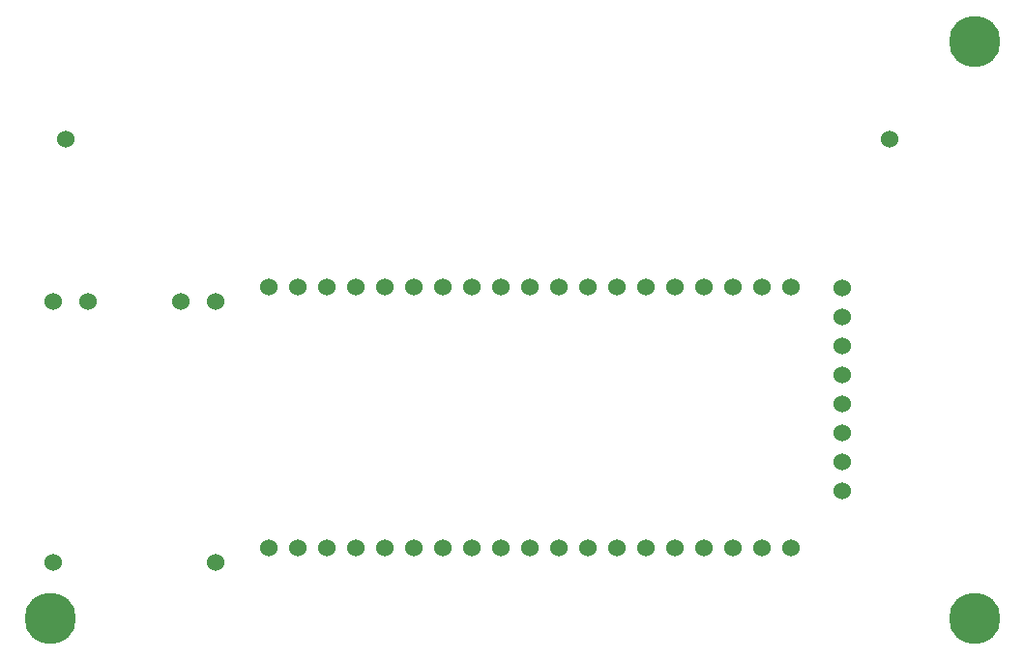
<source format=gbr>
G04 #@! TF.GenerationSoftware,KiCad,Pcbnew,(5.1.0)-1*
G04 #@! TF.CreationDate,2019-04-13T21:09:27-07:00*
G04 #@! TF.ProjectId,PCBv1,50434276-312e-46b6-9963-61645f706362,rev?*
G04 #@! TF.SameCoordinates,Original*
G04 #@! TF.FileFunction,Copper,L2,Bot*
G04 #@! TF.FilePolarity,Positive*
%FSLAX46Y46*%
G04 Gerber Fmt 4.6, Leading zero omitted, Abs format (unit mm)*
G04 Created by KiCad (PCBNEW (5.1.0)-1) date 2019-04-13 21:09:27*
%MOMM*%
%LPD*%
G04 APERTURE LIST*
%ADD10C,4.500000*%
%ADD11C,1.524000*%
G04 APERTURE END LIST*
D10*
X93175000Y-124150000D03*
X174100000Y-73575000D03*
X174100000Y-124150000D03*
D11*
X162530000Y-95150000D03*
X162530000Y-97690000D03*
X162530000Y-100230000D03*
X162530000Y-102770000D03*
X162530000Y-105310000D03*
X162530000Y-107850000D03*
X162530000Y-110390000D03*
X162530000Y-112930000D03*
X94574000Y-82110000D03*
X166710000Y-82110000D03*
X96520000Y-96393000D03*
X93472000Y-96393000D03*
X104648000Y-96393000D03*
X107696000Y-96393000D03*
X93472000Y-119253000D03*
X107696000Y-119253000D03*
X114850000Y-117930000D03*
X117390000Y-117930000D03*
X119930000Y-117930000D03*
X122470000Y-117930000D03*
X125010000Y-117930000D03*
X127550000Y-117930000D03*
X130090000Y-117930000D03*
X132630000Y-117930000D03*
X135170000Y-117930000D03*
X137710000Y-117930000D03*
X140250000Y-117930000D03*
X142790000Y-117930000D03*
X145330000Y-117930000D03*
X147870000Y-117930000D03*
X150410000Y-117930000D03*
X152950000Y-117930000D03*
X155490000Y-117930000D03*
X158030000Y-117930000D03*
X112310000Y-95070000D03*
X114850000Y-95070000D03*
X117390000Y-95070000D03*
X119930000Y-95070000D03*
X122470000Y-95070000D03*
X127550000Y-95070000D03*
X125010000Y-95070000D03*
X130090000Y-95070000D03*
X132630000Y-95070000D03*
X135170000Y-95070000D03*
X137710000Y-95070000D03*
X140250000Y-95070000D03*
X142790000Y-95070000D03*
X147870000Y-95070000D03*
X145330000Y-95070000D03*
X150410000Y-95070000D03*
X152950000Y-95070000D03*
X155490000Y-95070000D03*
X158030000Y-95070000D03*
X112310000Y-117930000D03*
M02*

</source>
